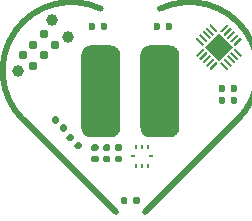
<source format=gbs>
G04 #@! TF.GenerationSoftware,KiCad,Pcbnew,8.0.9-8.0.9-0~ubuntu20.04.1*
G04 #@! TF.CreationDate,2025-06-12T23:45:10+01:00*
G04 #@! TF.ProjectId,nfc-pcb-tag,6e66632d-7063-4622-9d74-61672e6b6963,rev?*
G04 #@! TF.SameCoordinates,Original*
G04 #@! TF.FileFunction,Soldermask,Bot*
G04 #@! TF.FilePolarity,Negative*
%FSLAX46Y46*%
G04 Gerber Fmt 4.6, Leading zero omitted, Abs format (unit mm)*
G04 Created by KiCad (PCBNEW 8.0.9-8.0.9-0~ubuntu20.04.1) date 2025-06-12 23:45:10*
%MOMM*%
%LPD*%
G01*
G04 APERTURE LIST*
%ADD10C,0.550000*%
%ADD11R,0.250000X0.400000*%
%ADD12R,0.400000X0.250000*%
%ADD13C,0.990600*%
%ADD14C,0.787400*%
G04 APERTURE END LIST*
D10*
X75000000Y-30750001D02*
G75*
G02*
X81611720Y-40111720I2500000J-5249999D01*
G01*
X63388279Y-40111721D02*
X71250000Y-48000000D01*
X63388279Y-40111721D02*
G75*
G02*
X70000000Y-30750000I4111721J4111721D01*
G01*
X81861721Y-39861721D02*
X73750000Y-48000000D01*
G36*
G01*
X68970000Y-32435000D02*
X68970000Y-32065000D01*
G75*
G02*
X69105000Y-31930000I135000J0D01*
G01*
X69375000Y-31930000D01*
G75*
G02*
X69510000Y-32065000I0J-135000D01*
G01*
X69510000Y-32435000D01*
G75*
G02*
X69375000Y-32570000I-135000J0D01*
G01*
X69105000Y-32570000D01*
G75*
G02*
X68970000Y-32435000I0J135000D01*
G01*
G37*
G36*
G01*
X69990000Y-32435000D02*
X69990000Y-32065000D01*
G75*
G02*
X70125000Y-31930000I135000J0D01*
G01*
X70395000Y-31930000D01*
G75*
G02*
X70530000Y-32065000I0J-135000D01*
G01*
X70530000Y-32435000D01*
G75*
G02*
X70395000Y-32570000I-135000J0D01*
G01*
X70125000Y-32570000D01*
G75*
G02*
X69990000Y-32435000I0J135000D01*
G01*
G37*
G36*
G01*
X81530000Y-38315000D02*
X81530000Y-38685000D01*
G75*
G02*
X81395000Y-38820000I-135000J0D01*
G01*
X81125000Y-38820000D01*
G75*
G02*
X80990000Y-38685000I0J135000D01*
G01*
X80990000Y-38315000D01*
G75*
G02*
X81125000Y-38180000I135000J0D01*
G01*
X81395000Y-38180000D01*
G75*
G02*
X81530000Y-38315000I0J-135000D01*
G01*
G37*
G36*
G01*
X80510000Y-38315000D02*
X80510000Y-38685000D01*
G75*
G02*
X80375000Y-38820000I-135000J0D01*
G01*
X80105000Y-38820000D01*
G75*
G02*
X79970000Y-38685000I0J135000D01*
G01*
X79970000Y-38315000D01*
G75*
G02*
X80105000Y-38180000I135000J0D01*
G01*
X80375000Y-38180000D01*
G75*
G02*
X80510000Y-38315000I0J-135000D01*
G01*
G37*
D11*
X73000000Y-42450000D03*
X73500000Y-42450000D03*
X74000000Y-42450000D03*
D12*
X74250000Y-43250000D03*
D11*
X74000000Y-44050000D03*
X73500000Y-44050000D03*
X73000000Y-44050000D03*
D12*
X72750000Y-43250000D03*
G36*
G01*
X81530000Y-37315000D02*
X81530000Y-37685000D01*
G75*
G02*
X81395000Y-37820000I-135000J0D01*
G01*
X81125000Y-37820000D01*
G75*
G02*
X80990000Y-37685000I0J135000D01*
G01*
X80990000Y-37315000D01*
G75*
G02*
X81125000Y-37180000I135000J0D01*
G01*
X81395000Y-37180000D01*
G75*
G02*
X81530000Y-37315000I0J-135000D01*
G01*
G37*
G36*
G01*
X80510000Y-37315000D02*
X80510000Y-37685000D01*
G75*
G02*
X80375000Y-37820000I-135000J0D01*
G01*
X80105000Y-37820000D01*
G75*
G02*
X79970000Y-37685000I0J135000D01*
G01*
X79970000Y-37315000D01*
G75*
G02*
X80105000Y-37180000I135000J0D01*
G01*
X80375000Y-37180000D01*
G75*
G02*
X80510000Y-37315000I0J-135000D01*
G01*
G37*
D13*
X62953949Y-36046051D03*
X65827631Y-31735528D03*
X67264472Y-33172369D03*
D14*
X63402962Y-34699013D03*
X64300987Y-35597038D03*
X64300987Y-33800987D03*
X65199013Y-34699013D03*
X65199013Y-32902962D03*
X66097038Y-33800987D03*
G36*
G01*
X74470000Y-32435000D02*
X74470000Y-32065000D01*
G75*
G02*
X74605000Y-31930000I135000J0D01*
G01*
X74875000Y-31930000D01*
G75*
G02*
X75010000Y-32065000I0J-135000D01*
G01*
X75010000Y-32435000D01*
G75*
G02*
X74875000Y-32570000I-135000J0D01*
G01*
X74605000Y-32570000D01*
G75*
G02*
X74470000Y-32435000I0J135000D01*
G01*
G37*
G36*
G01*
X75490000Y-32435000D02*
X75490000Y-32065000D01*
G75*
G02*
X75625000Y-31930000I135000J0D01*
G01*
X75895000Y-31930000D01*
G75*
G02*
X76030000Y-32065000I0J-135000D01*
G01*
X76030000Y-32435000D01*
G75*
G02*
X75895000Y-32570000I-135000J0D01*
G01*
X75625000Y-32570000D01*
G75*
G02*
X75490000Y-32435000I0J135000D01*
G01*
G37*
G36*
G01*
X80724784Y-32073135D02*
X80795494Y-32143845D01*
G75*
G02*
X80795494Y-32214555I-35355J-35355D01*
G01*
X80265164Y-32744885D01*
G75*
G02*
X80194454Y-32744885I-35355J35355D01*
G01*
X80123744Y-32674175D01*
G75*
G02*
X80123744Y-32603465I35355J35355D01*
G01*
X80654074Y-32073135D01*
G75*
G02*
X80724784Y-32073135I35355J-35355D01*
G01*
G37*
G36*
G01*
X81007627Y-32355977D02*
X81078337Y-32426687D01*
G75*
G02*
X81078337Y-32497397I-35355J-35355D01*
G01*
X80548007Y-33027727D01*
G75*
G02*
X80477297Y-33027727I-35355J35355D01*
G01*
X80406587Y-32957017D01*
G75*
G02*
X80406587Y-32886307I35355J35355D01*
G01*
X80936917Y-32355977D01*
G75*
G02*
X81007627Y-32355977I35355J-35355D01*
G01*
G37*
G36*
G01*
X81290470Y-32638820D02*
X81361180Y-32709530D01*
G75*
G02*
X81361180Y-32780240I-35355J-35355D01*
G01*
X80830850Y-33310570D01*
G75*
G02*
X80760140Y-33310570I-35355J35355D01*
G01*
X80689430Y-33239860D01*
G75*
G02*
X80689430Y-33169150I35355J35355D01*
G01*
X81219760Y-32638820D01*
G75*
G02*
X81290470Y-32638820I35355J-35355D01*
G01*
G37*
G36*
G01*
X81573313Y-32921663D02*
X81644023Y-32992373D01*
G75*
G02*
X81644023Y-33063083I-35355J-35355D01*
G01*
X81113693Y-33593413D01*
G75*
G02*
X81042983Y-33593413I-35355J35355D01*
G01*
X80972273Y-33522703D01*
G75*
G02*
X80972273Y-33451993I35355J35355D01*
G01*
X81502603Y-32921663D01*
G75*
G02*
X81573313Y-32921663I35355J-35355D01*
G01*
G37*
G36*
G01*
X81856155Y-33204506D02*
X81926865Y-33275216D01*
G75*
G02*
X81926865Y-33345926I-35355J-35355D01*
G01*
X81396535Y-33876256D01*
G75*
G02*
X81325825Y-33876256I-35355J35355D01*
G01*
X81255115Y-33805546D01*
G75*
G02*
X81255115Y-33734836I35355J35355D01*
G01*
X81785445Y-33204506D01*
G75*
G02*
X81856155Y-33204506I35355J-35355D01*
G01*
G37*
G36*
G01*
X81396535Y-34123744D02*
X81926865Y-34654074D01*
G75*
G02*
X81926865Y-34724784I-35355J-35355D01*
G01*
X81856155Y-34795494D01*
G75*
G02*
X81785445Y-34795494I-35355J35355D01*
G01*
X81255115Y-34265164D01*
G75*
G02*
X81255115Y-34194454I35355J35355D01*
G01*
X81325825Y-34123744D01*
G75*
G02*
X81396535Y-34123744I35355J-35355D01*
G01*
G37*
G36*
G01*
X81113693Y-34406587D02*
X81644023Y-34936917D01*
G75*
G02*
X81644023Y-35007627I-35355J-35355D01*
G01*
X81573313Y-35078337D01*
G75*
G02*
X81502603Y-35078337I-35355J35355D01*
G01*
X80972273Y-34548007D01*
G75*
G02*
X80972273Y-34477297I35355J35355D01*
G01*
X81042983Y-34406587D01*
G75*
G02*
X81113693Y-34406587I35355J-35355D01*
G01*
G37*
G36*
G01*
X80830850Y-34689430D02*
X81361180Y-35219760D01*
G75*
G02*
X81361180Y-35290470I-35355J-35355D01*
G01*
X81290470Y-35361180D01*
G75*
G02*
X81219760Y-35361180I-35355J35355D01*
G01*
X80689430Y-34830850D01*
G75*
G02*
X80689430Y-34760140I35355J35355D01*
G01*
X80760140Y-34689430D01*
G75*
G02*
X80830850Y-34689430I35355J-35355D01*
G01*
G37*
G36*
G01*
X80548007Y-34972273D02*
X81078337Y-35502603D01*
G75*
G02*
X81078337Y-35573313I-35355J-35355D01*
G01*
X81007627Y-35644023D01*
G75*
G02*
X80936917Y-35644023I-35355J35355D01*
G01*
X80406587Y-35113693D01*
G75*
G02*
X80406587Y-35042983I35355J35355D01*
G01*
X80477297Y-34972273D01*
G75*
G02*
X80548007Y-34972273I35355J-35355D01*
G01*
G37*
G36*
G01*
X80265164Y-35255115D02*
X80795494Y-35785445D01*
G75*
G02*
X80795494Y-35856155I-35355J-35355D01*
G01*
X80724784Y-35926865D01*
G75*
G02*
X80654074Y-35926865I-35355J35355D01*
G01*
X80123744Y-35396535D01*
G75*
G02*
X80123744Y-35325825I35355J35355D01*
G01*
X80194454Y-35255115D01*
G75*
G02*
X80265164Y-35255115I35355J-35355D01*
G01*
G37*
G36*
G01*
X79805546Y-35255115D02*
X79876256Y-35325825D01*
G75*
G02*
X79876256Y-35396535I-35355J-35355D01*
G01*
X79345926Y-35926865D01*
G75*
G02*
X79275216Y-35926865I-35355J35355D01*
G01*
X79204506Y-35856155D01*
G75*
G02*
X79204506Y-35785445I35355J35355D01*
G01*
X79734836Y-35255115D01*
G75*
G02*
X79805546Y-35255115I35355J-35355D01*
G01*
G37*
G36*
G01*
X79522703Y-34972273D02*
X79593413Y-35042983D01*
G75*
G02*
X79593413Y-35113693I-35355J-35355D01*
G01*
X79063083Y-35644023D01*
G75*
G02*
X78992373Y-35644023I-35355J35355D01*
G01*
X78921663Y-35573313D01*
G75*
G02*
X78921663Y-35502603I35355J35355D01*
G01*
X79451993Y-34972273D01*
G75*
G02*
X79522703Y-34972273I35355J-35355D01*
G01*
G37*
G36*
G01*
X79239860Y-34689430D02*
X79310570Y-34760140D01*
G75*
G02*
X79310570Y-34830850I-35355J-35355D01*
G01*
X78780240Y-35361180D01*
G75*
G02*
X78709530Y-35361180I-35355J35355D01*
G01*
X78638820Y-35290470D01*
G75*
G02*
X78638820Y-35219760I35355J35355D01*
G01*
X79169150Y-34689430D01*
G75*
G02*
X79239860Y-34689430I35355J-35355D01*
G01*
G37*
G36*
G01*
X78957017Y-34406587D02*
X79027727Y-34477297D01*
G75*
G02*
X79027727Y-34548007I-35355J-35355D01*
G01*
X78497397Y-35078337D01*
G75*
G02*
X78426687Y-35078337I-35355J35355D01*
G01*
X78355977Y-35007627D01*
G75*
G02*
X78355977Y-34936917I35355J35355D01*
G01*
X78886307Y-34406587D01*
G75*
G02*
X78957017Y-34406587I35355J-35355D01*
G01*
G37*
G36*
G01*
X78674175Y-34123744D02*
X78744885Y-34194454D01*
G75*
G02*
X78744885Y-34265164I-35355J-35355D01*
G01*
X78214555Y-34795494D01*
G75*
G02*
X78143845Y-34795494I-35355J35355D01*
G01*
X78073135Y-34724784D01*
G75*
G02*
X78073135Y-34654074I35355J35355D01*
G01*
X78603465Y-34123744D01*
G75*
G02*
X78674175Y-34123744I35355J-35355D01*
G01*
G37*
G36*
G01*
X78214555Y-33204506D02*
X78744885Y-33734836D01*
G75*
G02*
X78744885Y-33805546I-35355J-35355D01*
G01*
X78674175Y-33876256D01*
G75*
G02*
X78603465Y-33876256I-35355J35355D01*
G01*
X78073135Y-33345926D01*
G75*
G02*
X78073135Y-33275216I35355J35355D01*
G01*
X78143845Y-33204506D01*
G75*
G02*
X78214555Y-33204506I35355J-35355D01*
G01*
G37*
G36*
G01*
X78497397Y-32921663D02*
X79027727Y-33451993D01*
G75*
G02*
X79027727Y-33522703I-35355J-35355D01*
G01*
X78957017Y-33593413D01*
G75*
G02*
X78886307Y-33593413I-35355J35355D01*
G01*
X78355977Y-33063083D01*
G75*
G02*
X78355977Y-32992373I35355J35355D01*
G01*
X78426687Y-32921663D01*
G75*
G02*
X78497397Y-32921663I35355J-35355D01*
G01*
G37*
G36*
G01*
X78780240Y-32638820D02*
X79310570Y-33169150D01*
G75*
G02*
X79310570Y-33239860I-35355J-35355D01*
G01*
X79239860Y-33310570D01*
G75*
G02*
X79169150Y-33310570I-35355J35355D01*
G01*
X78638820Y-32780240D01*
G75*
G02*
X78638820Y-32709530I35355J35355D01*
G01*
X78709530Y-32638820D01*
G75*
G02*
X78780240Y-32638820I35355J-35355D01*
G01*
G37*
G36*
G01*
X79063083Y-32355977D02*
X79593413Y-32886307D01*
G75*
G02*
X79593413Y-32957017I-35355J-35355D01*
G01*
X79522703Y-33027727D01*
G75*
G02*
X79451993Y-33027727I-35355J35355D01*
G01*
X78921663Y-32497397D01*
G75*
G02*
X78921663Y-32426687I35355J35355D01*
G01*
X78992373Y-32355977D01*
G75*
G02*
X79063083Y-32355977I35355J-35355D01*
G01*
G37*
G36*
G01*
X79345926Y-32073135D02*
X79876256Y-32603465D01*
G75*
G02*
X79876256Y-32674175I-35355J-35355D01*
G01*
X79805546Y-32744885D01*
G75*
G02*
X79734836Y-32744885I-35355J35355D01*
G01*
X79204506Y-32214555D01*
G75*
G02*
X79204506Y-32143845I35355J35355D01*
G01*
X79275216Y-32073135D01*
G75*
G02*
X79345926Y-32073135I35355J-35355D01*
G01*
G37*
G36*
X80000000Y-32833274D02*
G01*
X81166726Y-34000000D01*
X80000000Y-35166726D01*
X78833274Y-34000000D01*
X80000000Y-32833274D01*
G37*
G36*
G01*
X67157609Y-40917193D02*
X66917193Y-41157609D01*
G75*
G02*
X66719203Y-41157609I-98995J98995D01*
G01*
X66521213Y-40959619D01*
G75*
G02*
X66521213Y-40761629I98995J98995D01*
G01*
X66761629Y-40521213D01*
G75*
G02*
X66959619Y-40521213I98995J-98995D01*
G01*
X67157609Y-40719203D01*
G75*
G02*
X67157609Y-40917193I-98995J-98995D01*
G01*
G37*
G36*
G01*
X66478787Y-40238371D02*
X66238371Y-40478787D01*
G75*
G02*
X66040381Y-40478787I-98995J98995D01*
G01*
X65842391Y-40280797D01*
G75*
G02*
X65842391Y-40082807I98995J98995D01*
G01*
X66082807Y-39842391D01*
G75*
G02*
X66280797Y-39842391I98995J-98995D01*
G01*
X66478787Y-40040381D01*
G75*
G02*
X66478787Y-40238371I-98995J-98995D01*
G01*
G37*
G36*
G01*
X68407609Y-42417193D02*
X68167193Y-42657609D01*
G75*
G02*
X67969203Y-42657609I-98995J98995D01*
G01*
X67771213Y-42459619D01*
G75*
G02*
X67771213Y-42261629I98995J98995D01*
G01*
X68011629Y-42021213D01*
G75*
G02*
X68209619Y-42021213I98995J-98995D01*
G01*
X68407609Y-42219203D01*
G75*
G02*
X68407609Y-42417193I-98995J-98995D01*
G01*
G37*
G36*
G01*
X67728787Y-41738371D02*
X67488371Y-41978787D01*
G75*
G02*
X67290381Y-41978787I-98995J98995D01*
G01*
X67092391Y-41780797D01*
G75*
G02*
X67092391Y-41582807I98995J98995D01*
G01*
X67332807Y-41342391D01*
G75*
G02*
X67530797Y-41342391I98995J-98995D01*
G01*
X67728787Y-41540381D01*
G75*
G02*
X67728787Y-41738371I-98995J-98995D01*
G01*
G37*
G36*
G01*
X73280000Y-46815000D02*
X73280000Y-47185000D01*
G75*
G02*
X73145000Y-47320000I-135000J0D01*
G01*
X72875000Y-47320000D01*
G75*
G02*
X72740000Y-47185000I0J135000D01*
G01*
X72740000Y-46815000D01*
G75*
G02*
X72875000Y-46680000I135000J0D01*
G01*
X73145000Y-46680000D01*
G75*
G02*
X73280000Y-46815000I0J-135000D01*
G01*
G37*
G36*
G01*
X72260000Y-46815000D02*
X72260000Y-47185000D01*
G75*
G02*
X72125000Y-47320000I-135000J0D01*
G01*
X71855000Y-47320000D01*
G75*
G02*
X71720000Y-47185000I0J135000D01*
G01*
X71720000Y-46815000D01*
G75*
G02*
X71855000Y-46680000I135000J0D01*
G01*
X72125000Y-46680000D01*
G75*
G02*
X72260000Y-46815000I0J-135000D01*
G01*
G37*
G36*
G01*
X70330000Y-42240000D02*
X70670000Y-42240000D01*
G75*
G02*
X70810000Y-42380000I0J-140000D01*
G01*
X70810000Y-42660000D01*
G75*
G02*
X70670000Y-42800000I-140000J0D01*
G01*
X70330000Y-42800000D01*
G75*
G02*
X70190000Y-42660000I0J140000D01*
G01*
X70190000Y-42380000D01*
G75*
G02*
X70330000Y-42240000I140000J0D01*
G01*
G37*
G36*
G01*
X70330000Y-43200000D02*
X70670000Y-43200000D01*
G75*
G02*
X70810000Y-43340000I0J-140000D01*
G01*
X70810000Y-43620000D01*
G75*
G02*
X70670000Y-43760000I-140000J0D01*
G01*
X70330000Y-43760000D01*
G75*
G02*
X70190000Y-43620000I0J140000D01*
G01*
X70190000Y-43340000D01*
G75*
G02*
X70330000Y-43200000I140000J0D01*
G01*
G37*
G36*
G01*
X71670000Y-43760000D02*
X71330000Y-43760000D01*
G75*
G02*
X71190000Y-43620000I0J140000D01*
G01*
X71190000Y-43340000D01*
G75*
G02*
X71330000Y-43200000I140000J0D01*
G01*
X71670000Y-43200000D01*
G75*
G02*
X71810000Y-43340000I0J-140000D01*
G01*
X71810000Y-43620000D01*
G75*
G02*
X71670000Y-43760000I-140000J0D01*
G01*
G37*
G36*
G01*
X71670000Y-42800000D02*
X71330000Y-42800000D01*
G75*
G02*
X71190000Y-42660000I0J140000D01*
G01*
X71190000Y-42380000D01*
G75*
G02*
X71330000Y-42240000I140000J0D01*
G01*
X71670000Y-42240000D01*
G75*
G02*
X71810000Y-42380000I0J-140000D01*
G01*
X71810000Y-42660000D01*
G75*
G02*
X71670000Y-42800000I-140000J0D01*
G01*
G37*
G36*
G01*
X69670000Y-43760000D02*
X69330000Y-43760000D01*
G75*
G02*
X69190000Y-43620000I0J140000D01*
G01*
X69190000Y-43340000D01*
G75*
G02*
X69330000Y-43200000I140000J0D01*
G01*
X69670000Y-43200000D01*
G75*
G02*
X69810000Y-43340000I0J-140000D01*
G01*
X69810000Y-43620000D01*
G75*
G02*
X69670000Y-43760000I-140000J0D01*
G01*
G37*
G36*
G01*
X69670000Y-42800000D02*
X69330000Y-42800000D01*
G75*
G02*
X69190000Y-42660000I0J140000D01*
G01*
X69190000Y-42380000D01*
G75*
G02*
X69330000Y-42240000I140000J0D01*
G01*
X69670000Y-42240000D01*
G75*
G02*
X69810000Y-42380000I0J-140000D01*
G01*
X69810000Y-42660000D01*
G75*
G02*
X69670000Y-42800000I-140000J0D01*
G01*
G37*
G36*
G01*
X71650000Y-34675000D02*
X71650000Y-40825000D01*
G75*
G02*
X70825000Y-41650000I-825000J0D01*
G01*
X69175000Y-41650000D01*
G75*
G02*
X68350000Y-40825000I0J825000D01*
G01*
X68350000Y-34675000D01*
G75*
G02*
X69175000Y-33850000I825000J0D01*
G01*
X70825000Y-33850000D01*
G75*
G02*
X71650000Y-34675000I0J-825000D01*
G01*
G37*
G36*
G01*
X76650000Y-34675000D02*
X76650000Y-40825000D01*
G75*
G02*
X75825000Y-41650000I-825000J0D01*
G01*
X74175000Y-41650000D01*
G75*
G02*
X73350000Y-40825000I0J825000D01*
G01*
X73350000Y-34675000D01*
G75*
G02*
X74175000Y-33850000I825000J0D01*
G01*
X75825000Y-33850000D01*
G75*
G02*
X76650000Y-34675000I0J-825000D01*
G01*
G37*
M02*

</source>
